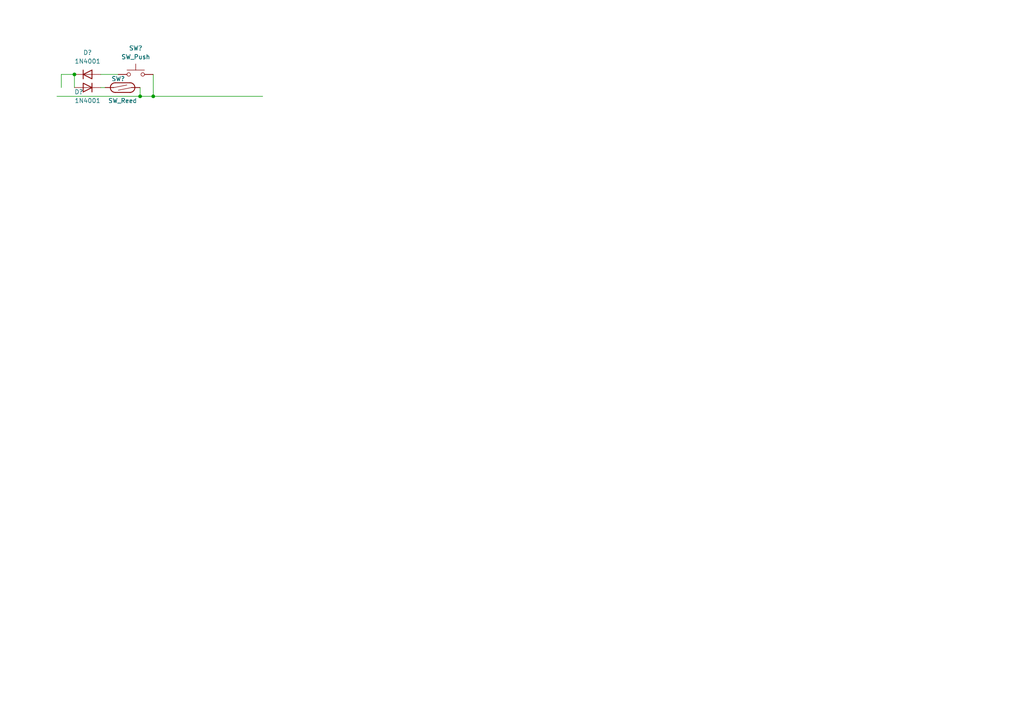
<source format=kicad_sch>
(kicad_sch (version 20211123) (generator eeschema)
  (paper "A4")
  (lib_symbols
    (symbol "Diode:1N4001" (pin_numbers hide) (pin_names hide)
      (property "Reference" "D" (at 0 2.54 0))
      (property "Value" "1N4001" (at 0 -2.54 0))
      (symbol "1N4001_0_1"
        (polyline (pts (xy -1.27 1.27) (xy -1.27 -1.27)) (stroke (width 0.254)))
        (polyline (pts (xy 1.27 0) (xy -1.27 0)))
        (polyline (pts (xy 1.27 1.27) (xy 1.27 -1.27) (xy -1.27 0) (xy 1.27 1.27)) (stroke (width 0.254)))
      )
      (symbol "1N4001_1_1"
        (pin passive line (at -3.81 0 0) (length 2.54) (name "K") (number "1"))
        (pin passive line (at 3.81 0 180) (length 2.54) (name "A") (number "2"))
      )
    )
    (symbol "Switch:SW_Push" (pin_numbers hide) (pin_names (offset 1.016) hide)
      (property "Reference" "SW" (at 1.27 2.54 0))
      (property "Value" "SW_Push" (at 0 -1.524 0))
      (symbol "SW_Push_0_1"
        (circle (center -2.032 0) (radius 0.508))
        (polyline (pts (xy 0 1.27) (xy 0 3.048)))
        (polyline (pts (xy 2.54 1.27) (xy -2.54 1.27)))
        (circle (center 2.032 0) (radius 0.508))
        (pin passive line (at -5.08 0 0) (length 2.54) (name "1") (number "1"))
        (pin passive line (at 5.08 0 180) (length 2.54) (name "2") (number "2"))
      )
    )
    (symbol "Switch:SW_Reed" (pin_numbers hide) (pin_names (offset 0) hide)
      (property "Reference" "SW" (at 0 2.54 0))
      (property "Value" "SW_Reed" (at 0 -2.54 0))
      (symbol "SW_Reed_0_0"
        (arc (start -2.159 1.397) (mid -3.556 0) (end -2.159 -1.397) (stroke (width 0.254)))
        (polyline (pts (xy -2.54 0) (xy 1.27 0.762)))
        (polyline (pts (xy -2.159 -1.397) (xy 2.286 -1.397)) (stroke (width 0.254)))
        (polyline (pts (xy 2.159 1.397) (xy -2.159 1.397)) (stroke (width 0.254)))
        (polyline (pts (xy 2.54 0) (xy -1.27 -0.762)))
        (arc (start 2.159 -1.397) (mid 3.556 0) (end 2.159 1.397) (stroke (width 0.254)))
      )
      (symbol "SW_Reed_1_1"
        (pin passive line (at -5.08 0 0) (length 2.54) (name "1") (number "1"))
        (pin passive line (at 5.08 0 180) (length 2.54) (name "2") (number "2"))
      )
    )
  )
  (junction (at 40.64 27.94))
  (junction (at 21.59 21.59))
  (junction (at 44.45 27.94))
  (wire (pts (xy 29.21 25.4) (xy 30.48 25.4)))
  (wire (pts (xy 21.59 21.59) (xy 21.59 25.4)))
  (wire (pts (xy 40.64 25.4) (xy 40.64 27.94)))
  (wire (pts (xy 44.45 27.94) (xy 76.2 27.94)))
  (wire (pts (xy 29.21 21.59) (xy 34.29 21.59)))
  (wire (pts (xy 40.64 27.94) (xy 44.45 27.94)))
  (wire (pts (xy 21.59 21.59) (xy 17.78 21.59)))
  (wire (pts (xy 16.51 27.94) (xy 40.64 27.94)))
  (wire (pts (xy 44.45 21.59) (xy 44.45 27.94)))
  (wire (pts (xy 17.78 21.59) (xy 17.78 25.4)))
  (symbol (lib_id "Switch:SW_Reed") (at 35.56 25.4 0) (unit 1)
    (property "Reference" "SW?" (at 34.29 22.86 0))
    (property "Value" "SW_Reed" (at 35.56 29.21 0))
  )
  (symbol (lib_id "Switch:SW_Push") (at 39.37 21.59 0) (unit 1)
    (property "Reference" "SW?" (at 39.37 13.97 0))
    (property "Value" "SW_Push" (at 39.37 16.51 0))
  )
  (symbol (lib_id "Diode:1N4001") (at 25.4 21.59 0) (unit 1)
    (property "Reference" "D?" (at 25.4 15.24 0))
    (property "Value" "1N4001" (at 25.4 17.78 0))
    (property "Footprint" "Diode_THT:D_DO-41_SOD81_P10.16mm_Horizontal" (effects hide))
    (property "Datasheet" "http://www.vishay.com/docs/88503/1n4001.pdf" (effects hide))
  )
  (symbol (lib_id "Diode:1N4001") (at 25.4 25.4 180) (unit 1)
    (property "Reference" "D?" (at 22.86 26.67 0))
    (property "Value" "1N4001" (at 25.4 29.21 0))
    (property "Footprint" "Diode_THT:D_DO-41_SOD81_P10.16mm_Horizontal" (effects hide))
    (property "Datasheet" "http://www.vishay.com/docs/88503/1n4001.pdf" (effects hide))
  )
)
</source>
